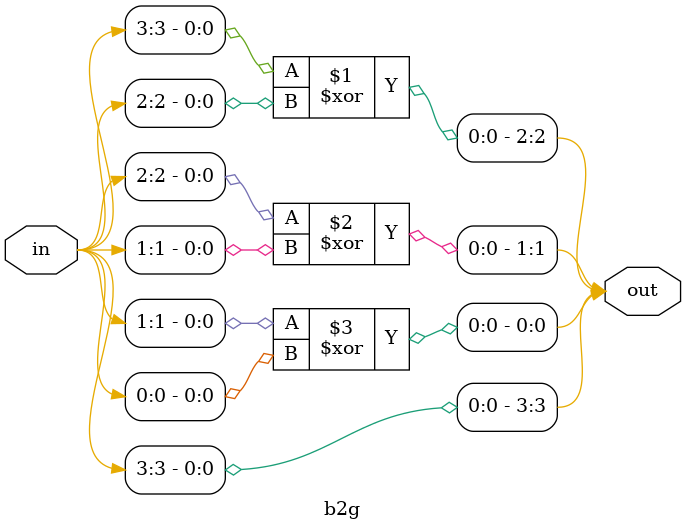
<source format=v>
module b2g(input [3:0]in,output [3:0]out);
  assign out[3] = in[3];
  assign out[2] = in[3] ^ in[2];
  assign out[1] = in[2] ^ in[1];
  assign out[0] = in[1] ^ in[0];
endmodule

</source>
